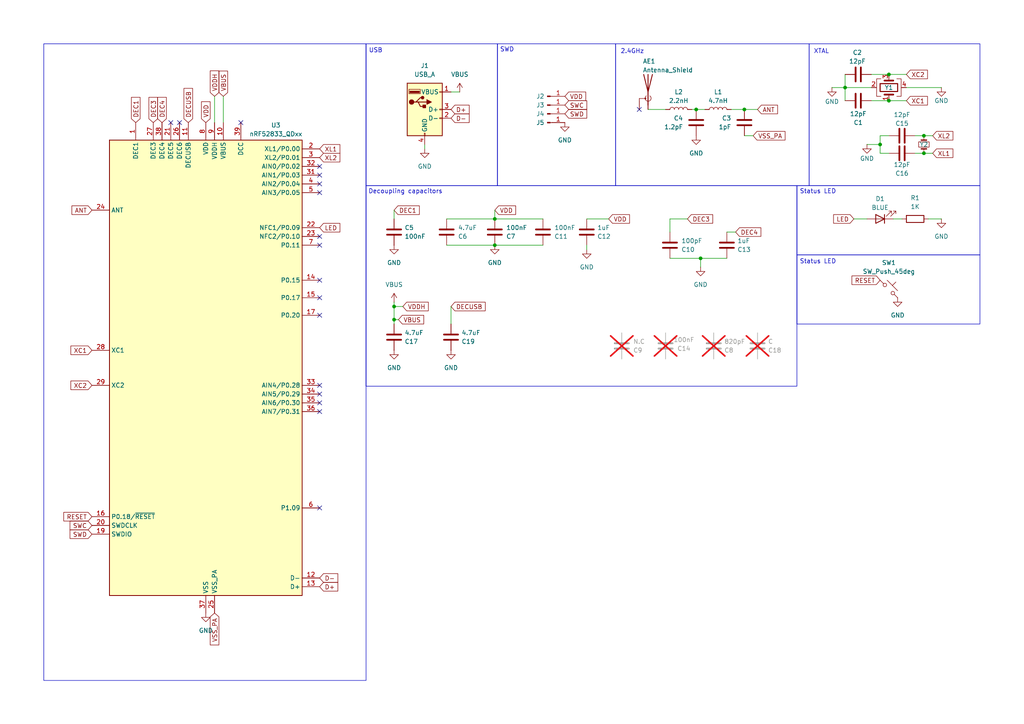
<source format=kicad_sch>
(kicad_sch (version 20250114) (generator "eeschema") (generator_version "9.0")
  (paper "A4")
  (lib_symbols
    (symbol "Library:GND" (power) (pin_numbers (hide yes)) (pin_names (offset 0) (hide yes))
      (property "Value" "GND" (at 0 -3.81 0))
      (symbol "GND_0_1"
        (polyline (pts (xy 0 0) (xy 0 -1.27) (xy 1.27 -1.27) (xy 0 -2.54) (xy -1.27 -1.27) (xy 0 -1.27)))
      )
      (symbol "GND_1_1"
        (pin power_in line (at 0 0 270) (length 0) (name "~") (number "1"))
      )
    )
    (symbol "PNCATEHO_lowair:C" (pin_numbers (hide yes)) (pin_names (offset 0.254))
      (property "Reference" "C" (at 0.635 2.54 0))
      (property "Value" "C" (at 0.635 -2.54 0))
      (symbol "C_0_1"
        (polyline (pts (xy -2.032 0.762) (xy 2.032 0.762)) (stroke (width 0.508)))
        (polyline (pts (xy -2.032 -0.762) (xy 2.032 -0.762)) (stroke (width 0.508)))
      )
      (symbol "C_1_1"
        (pin passive line (at 0 3.81 270) (length 2.794) (name "~") (number "1"))
        (pin passive line (at 0 -3.81 90) (length 2.794) (name "~") (number "2"))
      )
    )
    (symbol "PNCATEHO_lowair:GND" (power) (pin_numbers (hide yes)) (pin_names (offset 0) (hide yes))
      (property "Value" "GND" (at 0 -3.81 0))
      (symbol "GND_0_1"
        (polyline (pts (xy 0 0) (xy 0 -1.27) (xy 1.27 -1.27) (xy 0 -2.54) (xy -1.27 -1.27) (xy 0 -1.27)))
      )
      (symbol "GND_1_1"
        (pin power_in line (at 0 0 270) (length 0) (name "~") (number "1"))
      )
    )
    (symbol "PNCATEHO_lowair:L" (pin_numbers (hide yes)) (pin_names (offset 1.016) (hide yes))
      (property "Reference" "L" (at -1.27 0 90))
      (property "Value" "L" (at 1.905 0 90))
      (symbol "L_0_1"
        (arc (start 0 2.54) (mid 0.6323 1.905) (end 0 1.27))
        (arc (start 0 1.27) (mid 0.6323 0.635) (end 0 0))
        (arc (start 0 0) (mid 0.6323 -0.635) (end 0 -1.27))
        (arc (start 0 -1.27) (mid 0.6323 -1.905) (end 0 -2.54))
      )
      (symbol "L_1_1"
        (pin passive line (at 0 3.81 270) (length 1.27) (name "1") (number "1"))
        (pin passive line (at 0 -3.81 90) (length 1.27) (name "2") (number "2"))
      )
    )
    (symbol "PNCATEHO_lowair:VBUS" (power) (pin_numbers (hide yes)) (pin_names (offset 0) (hide yes))
      (property "Value" "VBUS" (at 0 3.556 0))
      (symbol "VBUS_0_1"
        (polyline (pts (xy -0.762 1.27) (xy 0 2.54)))
        (polyline (pts (xy 0 2.54) (xy 0.762 1.27)))
        (polyline (pts (xy 0 0) (xy 0 2.54)))
      )
      (symbol "VBUS_1_1"
        (pin power_in line (at 0 0 90) (length 0) (name "~") (number "1"))
      )
    )
    (symbol "PNCATEHO_lowair:nRF52833_QDxx"
      (property "Reference" "U" (at 0 5.08 0))
      (property "Value" "nRF52833_QDxx" (at 0 2.54 0))
      (symbol "nRF52833_QDxx_0_1"
        (rectangle (start -27.94 66.04) (end 27.94 -66.04) (stroke (width 0.254)) (fill (type background)))
      )
      (symbol "nRF52833_QDxx_1_1"
        (pin passive line (at -33.02 45.72 0) (length 5.08) (name "ANT") (number "24"))
        (pin input line (at -33.02 5.08 0) (length 5.08) (name "XC1") (number "28"))
        (pin input line (at -33.02 -5.08 0) (length 5.08) (name "XC2") (number "29"))
        (pin bidirectional line (at -33.02 -43.18 0) (length 5.08) (name "P0.18/~{RESET}") (number "16"))
        (pin input line (at -33.02 -45.72 0) (length 5.08) (name "SWDCLK") (number "20"))
        (pin bidirectional line (at -33.02 -48.26 0) (length 5.08) (name "SWDIO") (number "19"))
        (pin passive line (at -20.32 71.12 270) (length 5.08) (name "DEC1") (number "1"))
        (pin passive line (at -15.24 71.12 270) (length 5.08) (name "DEC3") (number "27"))
        (pin passive line (at -12.7 71.12 270) (length 5.08) (name "DEC4") (number "38"))
        (pin passive line (at -10.16 71.12 270) (length 5.08) (name "DEC5") (number "21"))
        (pin passive line (at -7.62 71.12 270) (length 5.08) (name "DEC6") (number "26"))
        (pin passive line (at -5.08 71.12 270) (length 5.08) (name "DECUSB") (number "11"))
        (pin passive line (at 0 71.12 270) (length 5.08) (hide yes) (name "VDD") (number "18"))
        (pin passive line (at 0 71.12 270) (length 5.08) (hide yes) (name "VDD") (number "30"))
        (pin passive line (at 0 71.12 270) (length 5.08) (hide yes) (name "VDD") (number "40"))
        (pin power_in line (at 0 71.12 270) (length 5.08) (name "VDD") (number "8"))
        (pin power_in line (at 0 -71.12 90) (length 5.08) (name "VSS") (number "37"))
        (pin passive line (at 0 -71.12 90) (length 5.08) (hide yes) (name "VSS") (number "41"))
        (pin power_in line (at 2.54 71.12 270) (length 5.08) (name "VDDH") (number "9"))
        (pin power_in line (at 2.54 -71.12 90) (length 5.08) (name "VSS_PA") (number "25"))
        (pin power_in line (at 5.08 71.12 270) (length 5.08) (name "VBUS") (number "10"))
        (pin power_out line (at 10.16 71.12 270) (length 5.08) (name "DCC") (number "39"))
        (pin bidirectional line (at 33.02 63.5 180) (length 5.08) (name "XL1/P0.00") (number "2"))
        (pin bidirectional line (at 33.02 60.96 180) (length 5.08) (name "XL2/P0.01") (number "3"))
        (pin bidirectional line (at 33.02 58.42 180) (length 5.08) (name "AIN0/P0.02") (number "32"))
        (pin bidirectional line (at 33.02 55.88 180) (length 5.08) (name "AIN1/P0.03") (number "31"))
        (pin bidirectional line (at 33.02 53.34 180) (length 5.08) (name "AIN2/P0.04") (number "4"))
        (pin bidirectional line (at 33.02 50.8 180) (length 5.08) (name "AIN3/P0.05") (number "5"))
        (pin bidirectional line (at 33.02 40.64 180) (length 5.08) (name "NFC1/P0.09") (number "22"))
        (pin bidirectional line (at 33.02 38.1 180) (length 5.08) (name "NFC2/P0.10") (number "23"))
        (pin bidirectional line (at 33.02 35.56 180) (length 5.08) (name "P0.11") (number "7"))
        (pin bidirectional line (at 33.02 25.4 180) (length 5.08) (name "P0.15") (number "14"))
        (pin bidirectional line (at 33.02 20.32 180) (length 5.08) (name "P0.17") (number "15"))
        (pin bidirectional line (at 33.02 15.24 180) (length 5.08) (name "P0.20") (number "17"))
        (pin bidirectional line (at 33.02 -5.08 180) (length 5.08) (name "AIN4/P0.28") (number "33"))
        (pin bidirectional line (at 33.02 -7.62 180) (length 5.08) (name "AIN5/P0.29") (number "34"))
        (pin bidirectional line (at 33.02 -10.16 180) (length 5.08) (name "AIN6/P0.30") (number "35"))
        (pin bidirectional line (at 33.02 -12.7 180) (length 5.08) (name "AIN7/P0.31") (number "36"))
        (pin bidirectional line (at 33.02 -40.64 180) (length 5.08) (name "P1.09") (number "6"))
        (pin bidirectional line (at 33.02 -60.96 180) (length 5.08) (name "D-") (number "12"))
        (pin bidirectional line (at 33.02 -63.5 180) (length 5.08) (name "D+") (number "13"))
      )
    )
    (symbol "dongle:Antenna_Shield" (pin_numbers (hide yes)) (pin_names (offset 1.016) (hide yes))
      (property "Reference" "AE" (at -1.905 4.445 0))
      (property "Value" "Antenna_Shield" (at -1.905 2.54 0))
      (symbol "Antenna_Shield_0_1"
        (arc (start 0 -2.667) (mid -0.8485 -2.1032) (end -0.508 -1.143))
        (polyline (pts (xy 0 5.08) (xy 0 -3.81)) (stroke (width 0.254)))
        (polyline (pts (xy 0 -2.54) (xy 0 0)))
        (arc (start 0.508 -1.143) (mid 0.8046 -2.0885) (end 0 -2.667))
        (polyline (pts (xy 0.762 -1.905) (xy 2.54 -1.905)))
        (circle (center 0.762 -1.905) (radius 0.1778) (fill (type outline)))
        (polyline (pts (xy 1.27 5.08) (xy 0 0) (xy -1.27 5.08)) (stroke (width 0.254)))
        (polyline (pts (xy 2.54 -2.54) (xy 2.54 -1.905)))
      )
      (symbol "Antenna_Shield_1_1"
        (pin input line (at 0 -5.08 90) (length 2.54) (name "A") (number "1"))
        (pin input line (at 2.54 -5.08 90) (length 2.54) (name "Shield") (number "2"))
      )
    )
    (symbol "dongle:Conn_01x01_Pin" (pin_names (offset 1.016) (hide yes))
      (property "Reference" "J" (at 0 2.54 0))
      (property "Value" "Conn_01x01_Pin" (at 0 -2.54 0))
      (symbol "Conn_01x01_Pin_1_1"
        (rectangle (start 0.8636 0.127) (end 0 -0.127) (stroke (width 0.1524)) (fill (type outline)))
        (polyline (pts (xy 1.27 0) (xy 0.8636 0)) (stroke (width 0.1524)))
        (pin passive line (at 5.08 0 180) (length 3.81) (name "Pin_1") (number "1"))
      )
    )
    (symbol "dongle:Crystal_GND24" (pin_names (offset 1.016) (hide yes))
      (property "Reference" "Y" (at 3.175 5.08 0))
      (property "Value" "Crystal_GND24" (at 3.175 3.175 0))
      (symbol "Crystal_GND24_0_1"
        (polyline (pts (xy -2.54 2.286) (xy -2.54 3.556) (xy 2.54 3.556) (xy 2.54 2.286)))
        (polyline (pts (xy -2.54 0) (xy -2.032 0)))
        (polyline (pts (xy -2.54 -2.286) (xy -2.54 -3.556) (xy 2.54 -3.556) (xy 2.54 -2.286)))
        (polyline (pts (xy -2.032 -1.27) (xy -2.032 1.27)) (stroke (width 0.508)))
        (rectangle (start -1.143 2.54) (end 1.143 -2.54) (stroke (width 0.3048)))
        (polyline (pts (xy 0 3.556) (xy 0 3.81)))
        (polyline (pts (xy 0 -3.81) (xy 0 -3.556)))
        (polyline (pts (xy 2.032 0) (xy 2.54 0)))
        (polyline (pts (xy 2.032 -1.27) (xy 2.032 1.27)) (stroke (width 0.508)))
      )
      (symbol "Crystal_GND24_1_1"
        (pin passive line (at -3.81 0 0) (length 1.27) (name "1") (number "1"))
        (pin passive line (at 0 5.08 270) (length 1.27) (name "2") (number "2"))
        (pin passive line (at 0 -5.08 90) (length 1.27) (name "4") (number "4"))
        (pin passive line (at 3.81 0 180) (length 1.27) (name "3") (number "3"))
      )
    )
    (symbol "dongle:Crystal_Small" (pin_numbers (hide yes)) (pin_names (offset 1.016) (hide yes))
      (property "Reference" "Y" (at 0 2.54 0))
      (property "Value" "Crystal_Small" (at 0 -2.54 0))
      (symbol "Crystal_Small_0_1"
        (polyline (pts (xy -1.27 -0.762) (xy -1.27 0.762)) (stroke (width 0.381)))
        (rectangle (start -0.762 -1.524) (end 0.762 1.524))
        (polyline (pts (xy 1.27 -0.762) (xy 1.27 0.762)) (stroke (width 0.381)))
      )
      (symbol "Crystal_Small_1_1"
        (pin passive line (at -2.54 0 0) (length 1.27) (name "1") (number "1"))
        (pin passive line (at 2.54 0 180) (length 1.27) (name "2") (number "2"))
      )
    )
    (symbol "dongle:LED" (pin_numbers (hide yes)) (pin_names (offset 1.016) (hide yes))
      (property "Reference" "D" (at 0 2.54 0))
      (property "Value" "LED" (at 0 -2.54 0))
      (symbol "LED_0_1"
        (polyline (pts (xy -3.048 -0.762) (xy -4.572 -2.286) (xy -3.81 -2.286) (xy -4.572 -2.286) (xy -4.572 -1.524)))
        (polyline (pts (xy -1.778 -0.762) (xy -3.302 -2.286) (xy -2.54 -2.286) (xy -3.302 -2.286) (xy -3.302 -1.524)))
        (polyline (pts (xy -1.27 0) (xy 1.27 0)))
        (polyline (pts (xy -1.27 -1.27) (xy -1.27 1.27)) (stroke (width 0.254)))
        (polyline (pts (xy 1.27 -1.27) (xy 1.27 1.27) (xy -1.27 0) (xy 1.27 -1.27)) (stroke (width 0.254)))
      )
      (symbol "LED_1_1"
        (pin passive line (at -3.81 0 0) (length 2.54) (name "K") (number "1"))
        (pin passive line (at 3.81 0 180) (length 2.54) (name "A") (number "2"))
      )
    )
    (symbol "dongle:R" (pin_numbers (hide yes)) (pin_names (offset 0))
      (property "Reference" "R" (at 2.032 0 90))
      (property "Value" "R" (at 0 0 90))
      (symbol "R_0_1"
        (rectangle (start -1.016 -2.54) (end 1.016 2.54) (stroke (width 0.254)))
      )
      (symbol "R_1_1"
        (pin passive line (at 0 3.81 270) (length 1.27) (name "~") (number "1"))
        (pin passive line (at 0 -3.81 90) (length 1.27) (name "~") (number "2"))
      )
    )
    (symbol "dongle:SW_Push_45deg" (pin_numbers (hide yes)) (pin_names (offset 1.016) (hide yes))
      (property "Reference" "SW" (at 3.048 1.016 0))
      (property "Value" "SW_Push_45deg" (at 0 -3.81 0))
      (symbol "SW_Push_45deg_0_1"
        (polyline (pts (xy -2.54 2.54) (xy -1.524 1.524) (xy -1.524 1.524)))
        (circle (center -1.1684 1.1684) (radius 0.508))
        (polyline (pts (xy -0.508 2.54) (xy 2.54 -0.508)))
        (polyline (pts (xy 1.016 1.016) (xy 2.032 2.032)))
        (circle (center 1.143 -1.1938) (radius 0.508))
        (polyline (pts (xy 1.524 -1.524) (xy 2.54 -2.54) (xy 2.54 -2.54) (xy 2.54 -2.54)))
        (pin passive line (at -2.54 2.54 0) (length 0) (name "1") (number "1"))
        (pin passive line (at 2.54 -2.54 180) (length 0) (name "2") (number "2"))
      )
    )
    (symbol "dongle:USB_A" (pin_names (offset 1.016))
      (property "Reference" "J" (at -5.08 11.43 0))
      (property "Value" "USB_A" (at -5.08 8.89 0))
      (symbol "USB_A_0_1"
        (rectangle (start -5.08 -7.62) (end 5.08 7.62) (stroke (width 0.254)) (fill (type background)))
        (circle (center -3.81 2.159) (radius 0.635) (stroke (width 0.254)) (fill (type outline)))
        (polyline (pts (xy -3.175 2.159) (xy -2.54 2.159) (xy -1.27 3.429) (xy -0.635 3.429)) (stroke (width 0.254)))
        (polyline (pts (xy -2.54 2.159) (xy -1.905 2.159) (xy -1.27 0.889) (xy 0 0.889)) (stroke (width 0.254)))
        (rectangle (start -1.524 4.826) (end -4.318 5.334) (fill (type outline)))
        (rectangle (start -1.27 4.572) (end -4.572 5.842))
        (circle (center -0.635 3.429) (radius 0.381) (stroke (width 0.254)) (fill (type outline)))
        (rectangle (start -0.127 -7.62) (end 0.127 -6.858))
        (rectangle (start 0.254 1.27) (end -0.508 0.508) (stroke (width 0.254)) (fill (type outline)))
        (polyline (pts (xy 0.635 2.794) (xy 0.635 1.524) (xy 1.905 2.159) (xy 0.635 2.794)) (stroke (width 0.254)) (fill (type outline)))
        (rectangle (start 5.08 4.953) (end 4.318 5.207))
        (rectangle (start 5.08 -0.127) (end 4.318 0.127))
        (rectangle (start 5.08 -2.667) (end 4.318 -2.413))
      )
      (symbol "USB_A_1_1"
        (polyline (pts (xy -1.905 2.159) (xy 0.635 2.159)) (stroke (width 0.254)))
        (pin power_in line (at 0 -10.16 90) (length 2.54) (name "GND") (number "4"))
        (pin power_in line (at 7.62 5.08 180) (length 2.54) (name "VBUS") (number "1"))
        (pin bidirectional line (at 7.62 0 180) (length 2.54) (name "D+") (number "3"))
        (pin bidirectional line (at 7.62 -2.54 180) (length 2.54) (name "D-") (number "2"))
      )
    )
  )
  (rectangle (start 144.272 12.7) (end 178.562 53.848))
  (rectangle (start 231.14 53.848) (end 284.226 73.914))
  (rectangle (start 106.172 12.7) (end 144.272 53.848))
  (rectangle (start 106.172 53.848) (end 231.14 112.014))
  (rectangle (start 178.562 12.7) (end 234.696 53.848))
  (rectangle (start 12.7 12.7) (end 106.172 197.358))
  (rectangle (start 234.696 12.7) (end 284.226 53.848))
  (rectangle (start 231.14 73.914) (end 284.226 93.98))
  (text "USB" (at 108.966 14.732 0) (effects (font (size 1.27 1.27))))
  (text "Status LED" (at 237.236 75.946 0) (effects (font (size 1.27 1.27))))
  (text "XTAL" (at 238.252 14.986 0) (effects (font (size 1.27 1.27))))
  (text "2.4GHz" (at 183.388 14.986 0) (effects (font (size 1.27 1.27))))
  (text "SWD" (at 147.066 14.478 0) (effects (font (size 1.27 1.27))))
  (text "Status LED" (at 237.236 55.626 0) (effects (font (size 1.27 1.27))))
  (text "Decoupling capacitors" (at 117.602 55.626 0) (effects (font (size 1.27 1.27))))
  (junction (at 215.9 31.75))
  (junction (at 114.3 88.9))
  (junction (at 201.93 31.75))
  (junction (at 203.2 74.93))
  (junction (at 267.97 39.37))
  (junction (at 245.11 25.4))
  (junction (at 143.51 63.5))
  (junction (at 267.97 44.45))
  (junction (at 257.81 29.21))
  (junction (at 143.51 71.12))
  (junction (at 255.27 41.91))
  (junction (at 114.3 92.71))
  (junction (at 257.81 21.59))
  (no_connect (at 92.71 147.32))
  (no_connect (at 92.71 111.76))
  (no_connect (at 69.85 35.56))
  (no_connect (at 92.71 68.58))
  (no_connect (at 92.71 116.84))
  (no_connect (at 92.71 91.44))
  (no_connect (at 92.71 86.36))
  (no_connect (at 92.71 114.3))
  (no_connect (at 52.07 35.56))
  (no_connect (at 185.42 31.75))
  (no_connect (at 92.71 71.12))
  (no_connect (at 92.71 81.28))
  (no_connect (at 92.71 50.8))
  (no_connect (at 92.71 53.34))
  (no_connect (at 92.71 119.38))
  (no_connect (at 92.71 55.88))
  (no_connect (at 49.53 35.56))
  (no_connect (at 92.71 48.26))
  (wire (pts (xy 176.53 63.5) (xy 170.18 63.5)))
  (wire (pts (xy 251.46 41.91) (xy 255.27 41.91)))
  (wire (pts (xy 215.9 31.75) (xy 212.09 31.75)))
  (wire (pts (xy 201.93 31.75) (xy 200.66 31.75)))
  (wire (pts (xy 123.19 43.18) (xy 123.19 41.91)))
  (wire (pts (xy 129.54 63.5) (xy 143.51 63.5)))
  (wire (pts (xy 262.89 29.21) (xy 257.81 29.21)))
  (wire (pts (xy 270.51 44.45) (xy 267.97 44.45)))
  (wire (pts (xy 170.18 71.12) (xy 170.18 72.39)))
  (wire (pts (xy 199.39 63.5) (xy 194.31 63.5)))
  (wire (pts (xy 255.27 39.37) (xy 257.81 39.37)))
  (wire (pts (xy 116.84 88.9) (xy 114.3 88.9)))
  (wire (pts (xy 129.54 71.12) (xy 143.51 71.12)))
  (wire (pts (xy 245.11 25.4) (xy 252.73 25.4)))
  (wire (pts (xy 204.47 31.75) (xy 201.93 31.75)))
  (wire (pts (xy 143.51 63.5) (xy 157.48 63.5)))
  (wire (pts (xy 255.27 44.45) (xy 257.81 44.45)))
  (wire (pts (xy 218.44 39.37) (xy 215.9 39.37)))
  (wire (pts (xy 114.3 92.71) (xy 114.3 93.98)))
  (wire (pts (xy 261.62 63.5) (xy 259.08 63.5)))
  (wire (pts (xy 219.71 31.75) (xy 215.9 31.75)))
  (wire (pts (xy 273.05 25.4) (xy 262.89 25.4)))
  (wire (pts (xy 213.36 67.31) (xy 210.82 67.31)))
  (wire (pts (xy 267.97 39.37) (xy 265.43 39.37)))
  (wire (pts (xy 262.89 21.59) (xy 257.81 21.59)))
  (wire (pts (xy 114.3 87.63) (xy 114.3 88.9)))
  (wire (pts (xy 62.23 27.94) (xy 62.23 35.56)))
  (wire (pts (xy 194.31 74.93) (xy 203.2 74.93)))
  (wire (pts (xy 194.31 63.5) (xy 194.31 67.31)))
  (wire (pts (xy 130.81 88.9) (xy 130.81 93.98)))
  (wire (pts (xy 203.2 77.47) (xy 203.2 74.93)))
  (wire (pts (xy 255.27 41.91) (xy 255.27 44.45)))
  (wire (pts (xy 64.77 27.94) (xy 64.77 35.56)))
  (wire (pts (xy 114.3 60.96) (xy 114.3 63.5)))
  (wire (pts (xy 251.46 63.5) (xy 247.65 63.5)))
  (wire (pts (xy 245.11 25.4) (xy 245.11 29.21)))
  (wire (pts (xy 203.2 74.93) (xy 210.82 74.93)))
  (wire (pts (xy 130.81 26.67) (xy 133.35 26.67)))
  (wire (pts (xy 143.51 60.96) (xy 143.51 63.5)))
  (wire (pts (xy 187.96 31.75) (xy 193.04 31.75)))
  (wire (pts (xy 252.73 29.21) (xy 257.81 29.21)))
  (wire (pts (xy 270.51 39.37) (xy 267.97 39.37)))
  (wire (pts (xy 241.3 25.4) (xy 245.11 25.4)))
  (wire (pts (xy 115.57 92.71) (xy 114.3 92.71)))
  (wire (pts (xy 114.3 88.9) (xy 114.3 92.71)))
  (wire (pts (xy 143.51 71.12) (xy 157.48 71.12)))
  (wire (pts (xy 252.73 21.59) (xy 257.81 21.59)))
  (wire (pts (xy 245.11 21.59) (xy 245.11 25.4)))
  (wire (pts (xy 273.05 63.5) (xy 269.24 63.5)))
  (wire (pts (xy 267.97 44.45) (xy 265.43 44.45)))
  (wire (pts (xy 255.27 39.37) (xy 255.27 41.91)))
  (global_label "RESET" (shape input) (at 255.27 81.28 180) (property "Intersheetrefs" "${INTERSHEET_REFS}" (effects (hide yes))))
  (global_label "D+" (shape input) (at 130.81 31.75 0) (property "Intersheetrefs" "${INTERSHEET_REFS}" (effects (hide yes))))
  (global_label "DEC1" (shape input) (at 39.37 35.56 90) (property "Intersheetrefs" "${INTERSHEET_REFS}" (effects (hide yes))))
  (global_label "ANT" (shape input) (at 219.71 31.75 0) (property "Intersheetrefs" "${INTERSHEET_REFS}" (effects (hide yes))))
  (global_label "XL1" (shape input) (at 270.51 44.45 0) (property "Intersheetrefs" "${INTERSHEET_REFS}" (effects (hide yes))))
  (global_label "VDD" (shape input) (at 59.69 35.56 90) (property "Intersheetrefs" "${INTERSHEET_REFS}" (effects (hide yes))))
  (global_label "VSS_PA" (shape input) (at 62.23 177.8 270) (property "Intersheetrefs" "${INTERSHEET_REFS}" (effects (hide yes))))
  (global_label "VDD" (shape input) (at 176.53 63.5 0) (property "Intersheetrefs" "${INTERSHEET_REFS}" (effects (hide yes))))
  (global_label "LED" (shape input) (at 247.65 63.5 180) (property "Intersheetrefs" "${INTERSHEET_REFS}" (effects (hide yes))))
  (global_label "DECUSB" (shape input) (at 130.81 88.9 0) (property "Intersheetrefs" "${INTERSHEET_REFS}" (effects (hide yes))))
  (global_label "DECUSB" (shape input) (at 54.61 35.56 90) (property "Intersheetrefs" "${INTERSHEET_REFS}" (effects (hide yes))))
  (global_label "SWD" (shape input) (at 163.83 33.02 0) (property "Intersheetrefs" "${INTERSHEET_REFS}" (effects (hide yes))))
  (global_label "RESET" (shape input) (at 26.67 149.86 180) (property "Intersheetrefs" "${INTERSHEET_REFS}" (effects (hide yes))))
  (global_label "XL2" (shape input) (at 270.51 39.37 0) (property "Intersheetrefs" "${INTERSHEET_REFS}" (effects (hide yes))))
  (global_label "D-" (shape input) (at 130.81 34.29 0) (property "Intersheetrefs" "${INTERSHEET_REFS}" (effects (hide yes))))
  (global_label "VBUS" (shape input) (at 115.57 92.71 0) (property "Intersheetrefs" "${INTERSHEET_REFS}" (effects (hide yes))))
  (global_label "XC1" (shape input) (at 262.89 29.21 0) (property "Intersheetrefs" "${INTERSHEET_REFS}" (effects (hide yes))))
  (global_label "XC1" (shape input) (at 26.67 101.6 180) (property "Intersheetrefs" "${INTERSHEET_REFS}" (effects (hide yes))))
  (global_label "XC2" (shape input) (at 26.67 111.76 180) (property "Intersheetrefs" "${INTERSHEET_REFS}" (effects (hide yes))))
  (global_label "DEC1" (shape input) (at 114.3 60.96 0) (property "Intersheetrefs" "${INTERSHEET_REFS}" (effects (hide yes))))
  (global_label "DEC3" (shape input) (at 199.39 63.5 0) (property "Intersheetrefs" "${INTERSHEET_REFS}" (effects (hide yes))))
  (global_label "XC2" (shape input) (at 262.89 21.59 0) (property "Intersheetrefs" "${INTERSHEET_REFS}" (effects (hide yes))))
  (global_label "ANT" (shape input) (at 26.67 60.96 180) (property "Intersheetrefs" "${INTERSHEET_REFS}" (effects (hide yes))))
  (global_label "SWC" (shape input) (at 26.67 152.4 180) (property "Intersheetrefs" "${INTERSHEET_REFS}" (effects (hide yes))))
  (global_label "D+" (shape input) (at 92.71 170.18 0) (property "Intersheetrefs" "${INTERSHEET_REFS}" (effects (hide yes))))
  (global_label "SWC" (shape input) (at 163.83 30.48 0) (property "Intersheetrefs" "${INTERSHEET_REFS}" (effects (hide yes))))
  (global_label "VDD" (shape input) (at 163.83 27.94 0) (property "Intersheetrefs" "${INTERSHEET_REFS}" (effects (hide yes))))
  (global_label "LED" (shape input) (at 92.71 66.04 0) (property "Intersheetrefs" "${INTERSHEET_REFS}" (effects (hide yes))))
  (global_label "XL2" (shape input) (at 92.71 45.72 0) (property "Intersheetrefs" "${INTERSHEET_REFS}" (effects (hide yes))))
  (global_label "VBUS" (shape input) (at 64.77 27.94 90) (property "Intersheetrefs" "${INTERSHEET_REFS}" (effects (hide yes))))
  (global_label "DEC4" (shape input) (at 46.99 35.56 90) (property "Intersheetrefs" "${INTERSHEET_REFS}" (effects (hide yes))))
  (global_label "DEC4" (shape input) (at 213.36 67.31 0) (property "Intersheetrefs" "${INTERSHEET_REFS}" (effects (hide yes))))
  (global_label "VDDH" (shape input) (at 62.23 27.94 90) (property "Intersheetrefs" "${INTERSHEET_REFS}" (effects (hide yes))))
  (global_label "VSS_PA" (shape input) (at 218.44 39.37 0) (property "Intersheetrefs" "${INTERSHEET_REFS}" (effects (hide yes))))
  (global_label "XL1" (shape input) (at 92.71 43.18 0) (property "Intersheetrefs" "${INTERSHEET_REFS}" (effects (hide yes))))
  (global_label "VDDH" (shape input) (at 116.84 88.9 0) (property "Intersheetrefs" "${INTERSHEET_REFS}" (effects (hide yes))))
  (global_label "DEC3" (shape input) (at 44.45 35.56 90) (property "Intersheetrefs" "${INTERSHEET_REFS}" (effects (hide yes))))
  (global_label "D-" (shape input) (at 92.71 167.64 0) (property "Intersheetrefs" "${INTERSHEET_REFS}" (effects (hide yes))))
  (global_label "SWD" (shape input) (at 26.67 154.94 180) (property "Intersheetrefs" "${INTERSHEET_REFS}" (effects (hide yes))))
  (global_label "VDD" (shape input) (at 143.51 60.96 0) (property "Intersheetrefs" "${INTERSHEET_REFS}" (effects (hide yes))))
  (symbol (lib_id "dongle:Conn_01x01_Pin") (at 158.75 35.56 0) (unit 1)
    (property "Reference" "J5" (at 156.718 35.56 0))
    (property "Value" "Conn_01x01_Pin" (effects (hide yes)))
    (property "Footprint" "dongle:TestPoint_Pad" (effects (hide yes)))
    (property "Description" "Generic connector, single row, 01x01, script generated" (effects (hide yes)))
  )
  (symbol (lib_id "PNCATEHO_lowair:L") (at 196.85 31.75 270) (mirror x) (unit 1)
    (property "Reference" "L2" (at 196.85 26.67 90))
    (property "Value" "2.2nH" (at 196.85 29.21 90))
    (property "Footprint" "dongle:L_0201_0603Metric" (effects (hide yes)))
    (property "Description" "Inductor" (effects (hide yes)))
  )
  (symbol (lib_id "dongle:Conn_01x01_Pin") (at 158.75 33.02 0) (unit 1)
    (property "Reference" "J4" (at 156.718 33.02 0))
    (property "Value" "Conn_01x01_Pin" (effects (hide yes)))
    (property "Footprint" "dongle:TestPoint_Pad_R" (effects (hide yes)))
    (property "Description" "Generic connector, single row, 01x01, script generated" (effects (hide yes)))
  )
  (symbol (lib_id "Library:GND") (at 273.05 63.5 0) (unit 1)
    (property "Reference" "#PWR04" (effects (hide yes)))
    (property "Value" "GND" (at 273.05 68.58 0))
    (property "Description" "Global ground symbol" (effects (hide yes)))
  )
  (symbol (lib_id "Library:GND") (at 59.69 177.8 0) (unit 1)
    (property "Reference" "#PWR015" (effects (hide yes)))
    (property "Value" "GND" (at 59.69 182.88 0))
    (property "Description" "Global ground symbol" (effects (hide yes)))
  )
  (symbol (lib_id "PNCATEHO_lowair:C") (at 170.18 67.31 0) (mirror x) (unit 1)
    (property "Reference" "C12" (at 173.228 68.58 0) (effects (justify left)))
    (property "Value" "1uF" (at 173.228 66.04 0) (effects (justify left)))
    (property "Footprint" "dongle:C_0402_1005Metric" (effects (hide yes)))
    (property "Description" "Unpolarized capacitor" (effects (hide yes)))
  )
  (symbol (lib_id "PNCATEHO_lowair:VBUS") (at 114.3 87.63 0) (unit 1)
    (property "Reference" "#PWR09" (effects (hide yes)))
    (property "Value" "VBUS" (at 114.3 82.55 0))
    (property "Description" "Power symbol creates a global label with name \"VBUS\"" (effects (hide yes)))
  )
  (symbol (lib_id "PNCATEHO_lowair:C") (at 248.92 21.59 90) (unit 1)
    (property "Reference" "C2" (at 248.666 15.24 90))
    (property "Value" "12pF" (at 248.666 17.78 90))
    (property "Footprint" "dongle:C_0201_0603Metric" (effects (hide yes)))
    (property "Description" "Unpolarized capacitor" (effects (hide yes)))
  )
  (symbol (lib_id "dongle:Conn_01x01_Pin") (at 158.75 30.48 0) (unit 1)
    (property "Reference" "J3" (at 156.718 30.48 0))
    (property "Value" "Conn_01x01_Pin" (effects (hide yes)))
    (property "Footprint" "dongle:TestPoint_Pad_R" (effects (hide yes)))
    (property "Description" "Generic connector, single row, 01x01, script generated" (effects (hide yes)))
  )
  (symbol (lib_id "Library:GND") (at 203.2 77.47 0) (unit 1)
    (property "Reference" "#PWR08" (effects (hide yes)))
    (property "Value" "GND" (at 203.2 82.55 0))
    (property "Description" "Global ground symbol" (effects (hide yes)))
  )
  (symbol (lib_id "dongle:Crystal_GND24") (at 257.81 25.4 90) (unit 1)
    (property "Reference" "Y1" (at 257.81 25.4 90))
    (property "Value" "Crystal_GND24" (effects (hide yes)))
    (property "Footprint" "dongle:Crystal_SMD_2520-4Pin_2.5x2.0mm" (effects (hide yes)))
    (property "Description" "Four pin crystal, GND on pins 2 and 4" (effects (hide yes)))
  )
  (symbol (lib_id "Library:GND") (at 114.3 101.6 0) (unit 1)
    (property "Reference" "#PWR010" (effects (hide yes)))
    (property "Value" "GND" (at 114.3 106.68 0))
    (property "Description" "Global ground symbol" (effects (hide yes)))
  )
  (symbol (lib_id "PNCATEHO_lowair:GND") (at 251.46 41.91 0) (unit 1)
    (property "Reference" "#PWR012" (effects (hide yes)))
    (property "Value" "GND" (at 251.46 45.974 0))
    (property "Description" "Power symbol creates a global label with name \"GND\" , ground" (effects (hide yes)))
  )
  (symbol (lib_id "dongle:USB_A") (at 123.19 31.75 0) (unit 1)
    (property "Reference" "J1" (at 123.19 19.05 0))
    (property "Value" "USB_A" (at 123.19 21.59 0))
    (property "Footprint" "dongle:USB_A_PCB_Edge" (effects (hide yes)))
    (property "Description" "USB Type A connector" (effects (hide yes)))
  )
  (symbol (lib_id "PNCATEHO_lowair:C") (at 215.9 35.56 0) (mirror x) (unit 1)
    (property "Reference" "C3" (at 212.09 34.2899 0) (effects (justify right)))
    (property "Value" "1pF" (at 212.09 36.8299 0) (effects (justify right)))
    (property "Footprint" "dongle:C_0201_0603Metric" (effects (hide yes)))
    (property "Description" "Unpolarized capacitor" (effects (hide yes)))
  )
  (symbol (lib_id "PNCATEHO_lowair:C") (at 194.31 71.12 0) (mirror x) (unit 1)
    (property "Reference" "C10" (at 197.612 72.39 0) (effects (justify left)))
    (property "Value" "100pF" (at 197.612 69.85 0) (effects (justify left)))
    (property "Footprint" "dongle:C_0201_0603Metric" (effects (hide yes)))
    (property "Description" "Unpolarized capacitor" (effects (hide yes)))
  )
  (symbol (lib_id "Library:GND") (at 260.35 86.36 0) (unit 1)
    (property "Reference" "#PWR05" (effects (hide yes)))
    (property "Value" "GND" (at 260.35 91.44 0))
    (property "Description" "Global ground symbol" (effects (hide yes)))
  )
  (symbol (lib_id "PNCATEHO_lowair:C") (at 219.71 100.33 0) (mirror x) (unit 1) (in_bom no) (on_board no) (dnp yes)
    (property "Reference" "C18" (at 222.758 101.6 0) (effects (justify left)))
    (property "Value" "C" (at 222.758 99.06 0) (effects (justify left)))
    (property "Footprint" "PNCATEHO_lowair:C_0201_0603Metric_Pad0.64x0.40mm_HandSolder" (effects (hide yes)))
    (property "Description" "Unpolarized capacitor" (effects (hide yes)))
  )
  (symbol (lib_id "PNCATEHO_lowair:C") (at 248.92 29.21 90) (unit 1)
    (property "Reference" "C1" (at 248.92 35.56 90))
    (property "Value" "12pF" (at 248.92 33.02 90))
    (property "Footprint" "dongle:C_0201_0603Metric" (effects (hide yes)))
    (property "Description" "Unpolarized capacitor" (effects (hide yes)))
  )
  (symbol (lib_id "Library:GND") (at 143.51 71.12 0) (unit 1)
    (property "Reference" "#PWR02" (effects (hide yes)))
    (property "Value" "GND" (at 143.51 76.2 0))
    (property "Description" "Global ground symbol" (effects (hide yes)))
  )
  (symbol (lib_id "Library:GND") (at 170.18 72.39 0) (unit 1)
    (property "Reference" "#PWR07" (effects (hide yes)))
    (property "Value" "GND" (at 170.18 77.47 0))
    (property "Description" "Global ground symbol" (effects (hide yes)))
  )
  (symbol (lib_id "PNCATEHO_lowair:VBUS") (at 133.35 26.67 0) (unit 1)
    (property "Reference" "#PWR03" (effects (hide yes)))
    (property "Value" "VBUS" (at 133.35 21.59 0))
    (property "Description" "Power symbol creates a global label with name \"VBUS\"" (effects (hide yes)))
  )
  (symbol (lib_id "PNCATEHO_lowair:C") (at 157.48 67.31 0) (mirror x) (unit 1)
    (property "Reference" "C11" (at 160.782 68.58 0) (effects (justify left)))
    (property "Value" "100nF" (at 160.782 66.04 0) (effects (justify left)))
    (property "Footprint" "dongle:C_0201_0603Metric" (effects (hide yes)))
    (property "Description" "Unpolarized capacitor" (effects (hide yes)))
  )
  (symbol (lib_id "PNCATEHO_lowair:C") (at 193.04 100.33 0) (unit 1) (in_bom no) (on_board no) (dnp yes)
    (property "Reference" "C14" (at 198.374 101.092 0))
    (property "Value" "100nF" (at 198.374 98.552 0))
    (property "Footprint" "dongle:L_0201_0603Metric_Pad0.64x0.40mm_HandSolder" (effects (hide yes)))
    (property "Description" "Unpolarized capacitor" (effects (hide yes)))
  )
  (symbol (lib_id "PNCATEHO_lowair:C") (at 130.81 97.79 0) (mirror x) (unit 1)
    (property "Reference" "C19" (at 133.858 99.06 0) (effects (justify left)))
    (property "Value" "4.7uF" (at 133.858 96.52 0) (effects (justify left)))
    (property "Footprint" "dongle:C_0603_1608Metric" (effects (hide yes)))
    (property "Description" "Unpolarized capacitor" (effects (hide yes)))
  )
  (symbol (lib_id "PNCATEHO_lowair:C") (at 114.3 67.31 0) (mirror x) (unit 1)
    (property "Reference" "C5" (at 117.348 66.04 0) (effects (justify left)))
    (property "Value" "100nF" (at 117.348 68.58 0) (effects (justify left)))
    (property "Footprint" "dongle:C_0201_0603Metric" (effects (hide yes)))
    (property "Description" "Unpolarized capacitor" (effects (hide yes)))
  )
  (symbol (lib_id "PNCATEHO_lowair:GND") (at 123.19 43.18 0) (unit 1)
    (property "Reference" "#PWR030" (effects (hide yes)))
    (property "Value" "GND" (at 123.19 48.26 0))
    (property "Description" "Power symbol creates a global label with name \"GND\" , ground" (effects (hide yes)))
  )
  (symbol (lib_id "PNCATEHO_lowair:C") (at 129.54 67.31 0) (mirror x) (unit 1)
    (property "Reference" "C6" (at 132.842 68.58 0) (effects (justify left)))
    (property "Value" "4.7uF" (at 132.842 66.04 0) (effects (justify left)))
    (property "Footprint" "dongle:C_0603_1608Metric" (effects (hide yes)))
    (property "Description" "Unpolarized capacitor" (effects (hide yes)))
  )
  (symbol (lib_id "PNCATEHO_lowair:C") (at 143.51 67.31 0) (mirror x) (unit 1)
    (property "Reference" "C7" (at 146.812 68.58 0) (effects (justify left)))
    (property "Value" "100nF" (at 146.812 66.04 0) (effects (justify left)))
    (property "Footprint" "dongle:C_0201_0603Metric" (effects (hide yes)))
    (property "Description" "Unpolarized capacitor" (effects (hide yes)))
  )
  (symbol (lib_id "PNCATEHO_lowair:GND") (at 201.93 39.37 0) (mirror y) (unit 1)
    (property "Reference" "#PWR027" (effects (hide yes)))
    (property "Value" "GND" (at 201.93 44.45 0))
    (property "Description" "Power symbol creates a global label with name \"GND\" , ground" (effects (hide yes)))
  )
  (symbol (lib_id "dongle:Crystal_Small") (at 267.97 41.91 270) (unit 1)
    (property "Reference" "Y2" (at 267.97 41.91 90))
    (property "Value" "Crystal_Small" (effects (hide yes)))
    (property "Footprint" "dongle:Crystal_SMD_3215-2Pin_3.2x1.5mm" (effects (hide yes)))
    (property "Description" "Two pin crystal, small symbol" (effects (hide yes)))
  )
  (symbol (lib_id "PNCATEHO_lowair:C") (at 201.93 35.56 0) (mirror y) (unit 1)
    (property "Reference" "C4" (at 198.12 34.2899 0) (effects (justify left)))
    (property "Value" "1.2pF" (at 198.12 36.8299 0) (effects (justify left)))
    (property "Footprint" "dongle:C_0201_0603Metric" (effects (hide yes)))
    (property "Description" "Unpolarized capacitor" (effects (hide yes)))
  )
  (symbol (lib_id "PNCATEHO_lowair:C") (at 207.01 100.33 0) (mirror x) (unit 1) (in_bom no) (on_board no) (dnp yes)
    (property "Reference" "C8" (at 210.058 101.6 0) (effects (justify left)))
    (property "Value" "820pF" (at 210.058 99.06 0) (effects (justify left)))
    (property "Footprint" "PNCATEHO_lowair:C_0201_0603Metric_Pad0.64x0.40mm_HandSolder" (effects (hide yes)))
    (property "Description" "Unpolarized capacitor" (effects (hide yes)))
  )
  (symbol (lib_id "PNCATEHO_lowair:C") (at 210.82 71.12 0) (mirror x) (unit 1)
    (property "Reference" "C13" (at 213.868 72.39 0) (effects (justify left)))
    (property "Value" "1uF" (at 213.868 69.85 0) (effects (justify left)))
    (property "Footprint" "dongle:C_0402_1005Metric" (effects (hide yes)))
    (property "Description" "Unpolarized capacitor" (effects (hide yes)))
  )
  (symbol (lib_id "PNCATEHO_lowair:GND") (at 163.83 35.56 0) (mirror y) (unit 1)
    (property "Reference" "#PWR016" (effects (hide yes)))
    (property "Value" "GND" (at 163.83 40.64 0))
    (property "Description" "Power symbol creates a global label with name \"GND\" , ground" (effects (hide yes)))
  )
  (symbol (lib_id "PNCATEHO_lowair:GND") (at 241.3 25.4 0) (unit 1)
    (property "Reference" "#PWR025" (effects (hide yes)))
    (property "Value" "GND" (at 241.3 29.464 0))
    (property "Description" "Power symbol creates a global label with name \"GND\" , ground" (effects (hide yes)))
  )
  (symbol (lib_id "PNCATEHO_lowair:C") (at 114.3 97.79 0) (mirror x) (unit 1)
    (property "Reference" "C17" (at 117.348 99.06 0) (effects (justify left)))
    (property "Value" "4.7uF" (at 117.348 96.52 0) (effects (justify left)))
    (property "Footprint" "dongle:C_0603_1608Metric" (effects (hide yes)))
    (property "Description" "Unpolarized capacitor" (effects (hide yes)))
  )
  (symbol (lib_id "Library:GND") (at 114.3 71.12 0) (unit 1)
    (property "Reference" "#PWR01" (effects (hide yes)))
    (property "Value" "GND" (at 114.3 76.2 0))
    (property "Description" "Global ground symbol" (effects (hide yes)))
  )
  (symbol (lib_id "PNCATEHO_lowair:GND") (at 273.05 25.4 0) (unit 1)
    (property "Reference" "#PWR06" (effects (hide yes)))
    (property "Value" "GND" (at 273.05 29.21 0))
    (property "Description" "Power symbol creates a global label with name \"GND\" , ground" (effects (hide yes)))
  )
  (symbol (lib_id "PNCATEHO_lowair:L") (at 208.28 31.75 270) (mirror x) (unit 1)
    (property "Reference" "L1" (at 208.28 26.67 90))
    (property "Value" "4.7nH" (at 208.28 29.21 90))
    (property "Footprint" "dongle:L_0201_0603Metric" (effects (hide yes)))
    (property "Description" "Inductor" (effects (hide yes)))
  )
  (symbol (lib_id "PNCATEHO_lowair:C") (at 261.62 39.37 270) (unit 1)
    (property "Reference" "C15" (at 261.62 35.814 90))
    (property "Value" "12pF" (at 261.62 33.274 90))
    (property "Footprint" "dongle:C_0201_0603Metric" (effects (hide yes)))
    (property "Description" "Unpolarized capacitor" (effects (hide yes)))
  )
  (symbol (lib_id "PNCATEHO_lowair:C") (at 261.62 44.45 90) (unit 1)
    (property "Reference" "C16" (at 261.62 50.292 90))
    (property "Value" "12pF" (at 261.62 47.752 90))
    (property "Footprint" "dongle:C_0201_0603Metric" (effects (hide yes)))
    (property "Description" "Unpolarized capacitor" (effects (hide yes)))
  )
  (symbol (lib_id "Library:GND") (at 130.81 101.6 0) (unit 1)
    (property "Reference" "#PWR011" (effects (hide yes)))
    (property "Value" "GND" (at 130.81 106.68 0))
    (property "Description" "Global ground symbol" (effects (hide yes)))
  )
  (symbol (lib_id "PNCATEHO_lowair:nRF52833_QDxx") (at 59.69 106.68 0) (unit 1)
    (property "Reference" "U3" (at 80.01 36.322 0))
    (property "Value" "nRF52833_QDxx" (at 80.01 38.862 0))
    (property "Footprint" "dongle:QFN-40-1EP_5x5mm_P0.4mm_EP3.6x3.6mm" (effects (hide yes)))
    (property "Datasheet" "https://infocenter.nordicsemi.com/pdf/nRF52833_PS_v1.5.pdf" (effects (hide yes)))
    (property "Description" "Multiprotocol BLE/ANT/2.4 GHz/802.15.4 Cortex-M4F SoC, QFN-40" (effects (hide yes)))
  )
  (symbol (lib_id "PNCATEHO_lowair:C") (at 180.34 100.33 0) (mirror x) (unit 1) (in_bom no) (on_board no) (dnp yes)
    (property "Reference" "C9" (at 183.642 101.6 0) (effects (justify left)))
    (property "Value" "N.C" (at 183.642 99.06 0) (effects (justify left)))
    (property "Footprint" "PNCATEHO_lowair:C_0201_0603Metric_Pad0.64x0.40mm_HandSolder" (effects (hide yes)))
    (property "Description" "Unpolarized capacitor" (effects (hide yes)))
  )
  (symbol (lib_id "dongle:Antenna_Shield") (at 187.96 26.67 0) (mirror y) (unit 1)
    (property "Reference" "AE1" (at 186.436 17.78 0) (effects (justify right)))
    (property "Value" "Antenna_Shield" (at 186.436 20.32 0) (effects (justify right)))
    (property "Footprint" "dongle:AN9520-245" (effects (hide yes)))
    (property "Description" "Antenna with extra pin for shielding" (effects (hide yes)))
  )
  (symbol (lib_id "dongle:Conn_01x01_Pin") (at 158.75 27.94 0) (unit 1)
    (property "Reference" "J2" (at 156.718 27.94 0))
    (property "Value" "Conn_01x01_Pin" (effects (hide yes)))
    (property "Footprint" "dongle:TestPoint_Pad_R" (effects (hide yes)))
    (property "Description" "Generic connector, single row, 01x01, script generated" (effects (hide yes)))
  )
  (symbol (lib_id "dongle:R") (at 265.43 63.5 90) (unit 1)
    (property "Reference" "R1" (at 265.43 57.404 90))
    (property "Value" "1K" (at 265.43 59.944 90))
    (property "Footprint" "dongle:R_0402_1005Metric" (effects (hide yes)))
    (property "Description" "Resistor" (effects (hide yes)))
  )
  (symbol (lib_id "dongle:SW_Push_45deg") (at 257.81 83.82 0) (unit 1)
    (property "Reference" "SW1" (at 257.81 76.2 0))
    (property "Value" "SW_Push_45deg" (at 257.81 78.74 0))
    (property "Footprint" "dongle:SKTAAAE010" (effects (hide yes)))
    (property "Description" "Push button switch, normally open, two pins, 45° tilted" (effects (hide yes)))
  )
  (symbol (lib_id "dongle:LED") (at 255.27 63.5 180) (unit 1)
    (property "Reference" "D1" (at 255.27 57.658 0))
    (property "Value" "BLUE" (at 255.27 60.198 0))
    (property "Footprint" "dongle:LED_0402_1005Metric" (effects (hide yes)))
    (property "Description" "Light emitting diode" (effects (hide yes)))
    (property "Sim.Pins" "1=K 2=A" (effects (hide yes)))
  )
)
</source>
